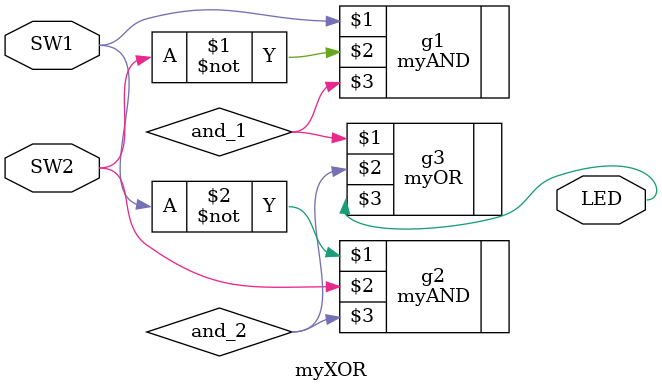
<source format=v>
`timescale 1ns / 1ps


module myXOR(
    input SW1,
    input SW2,
    output LED
    );
    wire and_1;
    wire and_2;
    myAND g1(SW1, ~SW2, and_1);
    myAND g2(~SW1, SW2, and_2);
    myOR g3(and_1, and_2, LED);
endmodule

</source>
